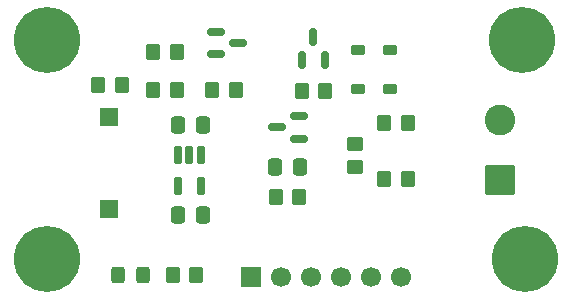
<source format=gbr>
%TF.GenerationSoftware,KiCad,Pcbnew,9.0.3*%
%TF.CreationDate,2025-10-25T21:42:42-05:00*%
%TF.ProjectId,VoltmeterFrontEnd,566f6c74-6d65-4746-9572-46726f6e7445,rev?*%
%TF.SameCoordinates,Original*%
%TF.FileFunction,Soldermask,Top*%
%TF.FilePolarity,Negative*%
%FSLAX46Y46*%
G04 Gerber Fmt 4.6, Leading zero omitted, Abs format (unit mm)*
G04 Created by KiCad (PCBNEW 9.0.3) date 2025-10-25 21:42:42*
%MOMM*%
%LPD*%
G01*
G04 APERTURE LIST*
G04 Aperture macros list*
%AMRoundRect*
0 Rectangle with rounded corners*
0 $1 Rounding radius*
0 $2 $3 $4 $5 $6 $7 $8 $9 X,Y pos of 4 corners*
0 Add a 4 corners polygon primitive as box body*
4,1,4,$2,$3,$4,$5,$6,$7,$8,$9,$2,$3,0*
0 Add four circle primitives for the rounded corners*
1,1,$1+$1,$2,$3*
1,1,$1+$1,$4,$5*
1,1,$1+$1,$6,$7*
1,1,$1+$1,$8,$9*
0 Add four rect primitives between the rounded corners*
20,1,$1+$1,$2,$3,$4,$5,0*
20,1,$1+$1,$4,$5,$6,$7,0*
20,1,$1+$1,$6,$7,$8,$9,0*
20,1,$1+$1,$8,$9,$2,$3,0*%
G04 Aperture macros list end*
%ADD10C,2.600000*%
%ADD11RoundRect,0.250000X1.050000X-1.050000X1.050000X1.050000X-1.050000X1.050000X-1.050000X-1.050000X0*%
%ADD12RoundRect,0.250000X-0.350000X-0.450000X0.350000X-0.450000X0.350000X0.450000X-0.350000X0.450000X0*%
%ADD13RoundRect,0.150000X-0.587500X-0.150000X0.587500X-0.150000X0.587500X0.150000X-0.587500X0.150000X0*%
%ADD14C,3.600000*%
%ADD15C,5.600000*%
%ADD16RoundRect,0.250000X0.350000X0.450000X-0.350000X0.450000X-0.350000X-0.450000X0.350000X-0.450000X0*%
%ADD17RoundRect,0.250000X0.450000X-0.350000X0.450000X0.350000X-0.450000X0.350000X-0.450000X-0.350000X0*%
%ADD18RoundRect,0.150000X0.587500X0.150000X-0.587500X0.150000X-0.587500X-0.150000X0.587500X-0.150000X0*%
%ADD19RoundRect,0.250000X-0.337500X-0.475000X0.337500X-0.475000X0.337500X0.475000X-0.337500X0.475000X0*%
%ADD20RoundRect,0.162500X-0.162500X0.617500X-0.162500X-0.617500X0.162500X-0.617500X0.162500X0.617500X0*%
%ADD21RoundRect,0.225000X0.375000X-0.225000X0.375000X0.225000X-0.375000X0.225000X-0.375000X-0.225000X0*%
%ADD22RoundRect,0.250000X0.337500X0.475000X-0.337500X0.475000X-0.337500X-0.475000X0.337500X-0.475000X0*%
%ADD23RoundRect,0.225000X-0.375000X0.225000X-0.375000X-0.225000X0.375000X-0.225000X0.375000X0.225000X0*%
%ADD24RoundRect,0.150000X0.150000X-0.587500X0.150000X0.587500X-0.150000X0.587500X-0.150000X-0.587500X0*%
%ADD25RoundRect,0.250000X-0.325000X-0.450000X0.325000X-0.450000X0.325000X0.450000X-0.325000X0.450000X0*%
%ADD26R,1.500000X1.500000*%
%ADD27R,1.700000X1.700000*%
%ADD28C,1.700000*%
G04 APERTURE END LIST*
D10*
%TO.C,J15*%
X132417500Y-72217000D03*
D11*
X132417500Y-77297000D03*
%TD*%
D12*
%TO.C,R12*%
X103000000Y-69750000D03*
X105000000Y-69750000D03*
%TD*%
%TO.C,R8*%
X108000000Y-69750000D03*
X110000000Y-69750000D03*
%TD*%
%TO.C,R7*%
X103000000Y-66500000D03*
X105000000Y-66500000D03*
%TD*%
D13*
%TO.C,Q3*%
X108312500Y-64800000D03*
X108312500Y-66700000D03*
X110187500Y-65750000D03*
%TD*%
D14*
%TO.C,H4*%
X94000000Y-84000000D03*
D15*
X94000000Y-84000000D03*
%TD*%
D14*
%TO.C,H3*%
X134500000Y-84000000D03*
D15*
X134500000Y-84000000D03*
%TD*%
D14*
%TO.C,H2*%
X134250000Y-65500000D03*
D15*
X134250000Y-65500000D03*
%TD*%
D14*
%TO.C,H1*%
X94000000Y-65500000D03*
D15*
X94000000Y-65500000D03*
%TD*%
D12*
%TO.C,R27*%
X113373500Y-78752000D03*
X115373500Y-78752000D03*
%TD*%
D16*
%TO.C,R18*%
X124586000Y-77252000D03*
X122586000Y-77252000D03*
%TD*%
D17*
%TO.C,R14*%
X120086000Y-76252000D03*
X120086000Y-74252000D03*
%TD*%
D18*
%TO.C,U10*%
X115356500Y-73830000D03*
X115356500Y-71930000D03*
X113481500Y-72880000D03*
%TD*%
D19*
%TO.C,C9*%
X105131000Y-80249940D03*
X107206000Y-80249940D03*
%TD*%
D16*
%TO.C,R1*%
X106657000Y-85344000D03*
X104657000Y-85344000D03*
%TD*%
%TO.C,R17*%
X124586000Y-72502000D03*
X122586000Y-72502000D03*
%TD*%
D20*
%TO.C,U7*%
X107036000Y-75169940D03*
X106086000Y-75169940D03*
X105136000Y-75169940D03*
X105136000Y-77869940D03*
X107036000Y-77869940D03*
%TD*%
D16*
%TO.C,R3*%
X100336000Y-69302000D03*
X98336000Y-69302000D03*
%TD*%
D21*
%TO.C,D4*%
X120336000Y-69652000D03*
X120336000Y-66352000D03*
%TD*%
D16*
%TO.C,R24*%
X117586000Y-69752000D03*
X115586000Y-69752000D03*
%TD*%
D22*
%TO.C,C10*%
X107206000Y-72629940D03*
X105131000Y-72629940D03*
%TD*%
D23*
%TO.C,D5*%
X123086000Y-66352000D03*
X123086000Y-69652000D03*
%TD*%
D24*
%TO.C,Q8*%
X115636000Y-67127000D03*
X117536000Y-67127000D03*
X116586000Y-65252000D03*
%TD*%
D25*
%TO.C,D1*%
X100076000Y-85344000D03*
X102126000Y-85344000D03*
%TD*%
D26*
%TO.C,SW3*%
X99236000Y-71952000D03*
X99236000Y-79752000D03*
%TD*%
D19*
%TO.C,C17*%
X113336000Y-76252000D03*
X115411000Y-76252000D03*
%TD*%
D27*
%TO.C,J1*%
X111296000Y-85502000D03*
D28*
X113836000Y-85502000D03*
X116376000Y-85502000D03*
X118916000Y-85502000D03*
X121456000Y-85502000D03*
X123996000Y-85502000D03*
%TD*%
M02*

</source>
